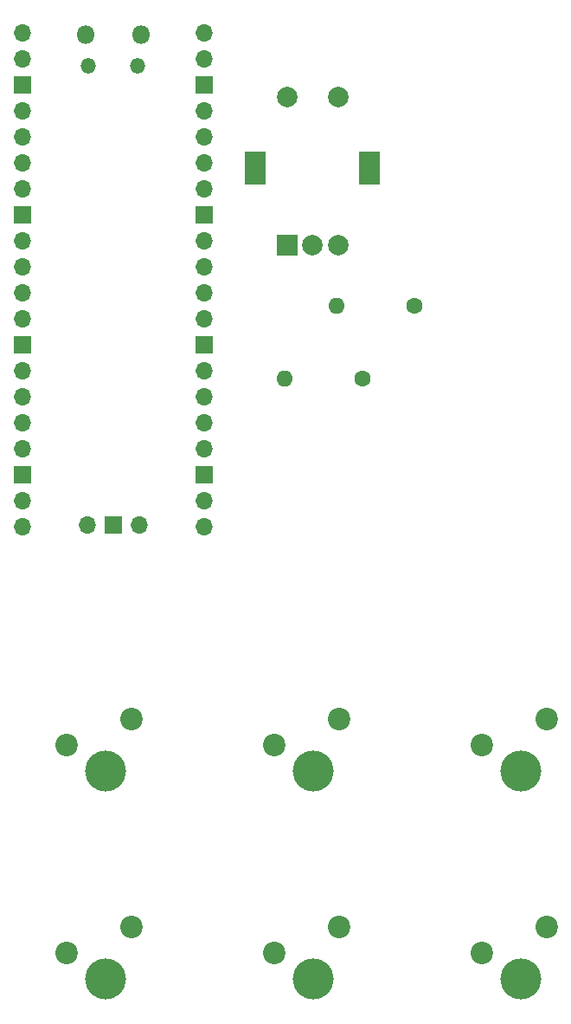
<source format=gbs>
G04 #@! TF.GenerationSoftware,KiCad,Pcbnew,5.1.5+dfsg1-2build2*
G04 #@! TF.CreationDate,2021-05-11T19:50:18+03:00*
G04 #@! TF.ProjectId,pico-mediakeeb,7069636f-2d6d-4656-9469-616b6565622e,v01*
G04 #@! TF.SameCoordinates,Original*
G04 #@! TF.FileFunction,Soldermask,Bot*
G04 #@! TF.FilePolarity,Negative*
%FSLAX46Y46*%
G04 Gerber Fmt 4.6, Leading zero omitted, Abs format (unit mm)*
G04 Created by KiCad (PCBNEW 5.1.5+dfsg1-2build2) date 2021-05-11 19:50:18*
%MOMM*%
%LPD*%
G04 APERTURE LIST*
%ADD10R,2.000000X2.000000*%
%ADD11C,2.000000*%
%ADD12R,2.000000X3.200000*%
%ADD13O,1.700000X1.700000*%
%ADD14R,1.700000X1.700000*%
%ADD15O,1.800000X1.800000*%
%ADD16O,1.500000X1.500000*%
%ADD17C,4.000000*%
%ADD18C,2.200000*%
%ADD19O,1.600000X1.600000*%
%ADD20C,1.600000*%
G04 APERTURE END LIST*
D10*
X74422000Y-74554000D03*
D11*
X76922000Y-74554000D03*
X79422000Y-74554000D03*
D12*
X71322000Y-67054000D03*
X82522000Y-67054000D03*
D11*
X74422000Y-60054000D03*
X79422000Y-60054000D03*
D13*
X48514000Y-53848000D03*
X48514000Y-56388000D03*
D14*
X48514000Y-58928000D03*
D13*
X48514000Y-61468000D03*
X48514000Y-64008000D03*
X48514000Y-66548000D03*
X48514000Y-69088000D03*
D14*
X48514000Y-71628000D03*
D13*
X48514000Y-74168000D03*
X48514000Y-76708000D03*
X48514000Y-79248000D03*
X48514000Y-81788000D03*
D14*
X48514000Y-84328000D03*
D13*
X48514000Y-86868000D03*
X48514000Y-89408000D03*
X48514000Y-91948000D03*
X48514000Y-94488000D03*
D14*
X48514000Y-97028000D03*
D13*
X48514000Y-99568000D03*
X48514000Y-102108000D03*
X66294000Y-102108000D03*
X66294000Y-99568000D03*
D14*
X66294000Y-97028000D03*
D13*
X66294000Y-94488000D03*
X66294000Y-91948000D03*
X66294000Y-89408000D03*
X66294000Y-86868000D03*
D14*
X66294000Y-84328000D03*
D13*
X66294000Y-81788000D03*
X66294000Y-79248000D03*
X66294000Y-76708000D03*
X66294000Y-74168000D03*
D14*
X66294000Y-71628000D03*
D13*
X66294000Y-69088000D03*
X66294000Y-66548000D03*
X66294000Y-64008000D03*
X66294000Y-61468000D03*
D14*
X66294000Y-58928000D03*
D13*
X66294000Y-56388000D03*
X66294000Y-53848000D03*
D15*
X54679000Y-53978000D03*
X60129000Y-53978000D03*
D16*
X54979000Y-57008000D03*
X59829000Y-57008000D03*
D13*
X54864000Y-101878000D03*
D14*
X57404000Y-101878000D03*
D13*
X59944000Y-101878000D03*
D17*
X97282000Y-125984000D03*
D18*
X93472000Y-123444000D03*
X99822000Y-120904000D03*
D17*
X76962000Y-125984000D03*
D18*
X73152000Y-123444000D03*
X79502000Y-120904000D03*
D17*
X56642000Y-125984000D03*
D18*
X52832000Y-123444000D03*
X59182000Y-120904000D03*
D17*
X97282000Y-146304000D03*
D18*
X93472000Y-143764000D03*
X99822000Y-141224000D03*
D17*
X76962000Y-146304000D03*
D18*
X73152000Y-143764000D03*
X79502000Y-141224000D03*
D17*
X56642000Y-146304000D03*
D18*
X52832000Y-143764000D03*
X59182000Y-141224000D03*
D19*
X74168000Y-87630000D03*
D20*
X81788000Y-87630000D03*
D19*
X79248000Y-80518000D03*
D20*
X86868000Y-80518000D03*
M02*

</source>
